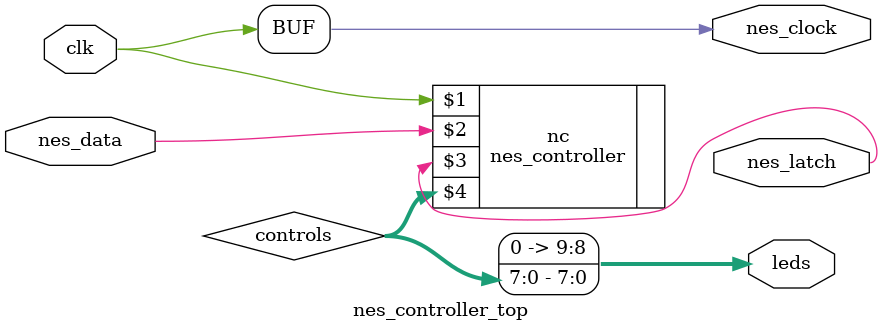
<source format=sv>
module nes_controller_top(input clk, input nes_data, output nes_latch, output nes_clock, output [9:0] leds);

	// plls DataClock(clk, nes_clock); // 1 MHz
	assign nes_clock = clk;
	
	wire [7:0] controls;
	nes_controller nc(nes_clock, nes_data, nes_latch, controls);
	
	assign leds = { 2'b00, controls };
	
endmodule
</source>
